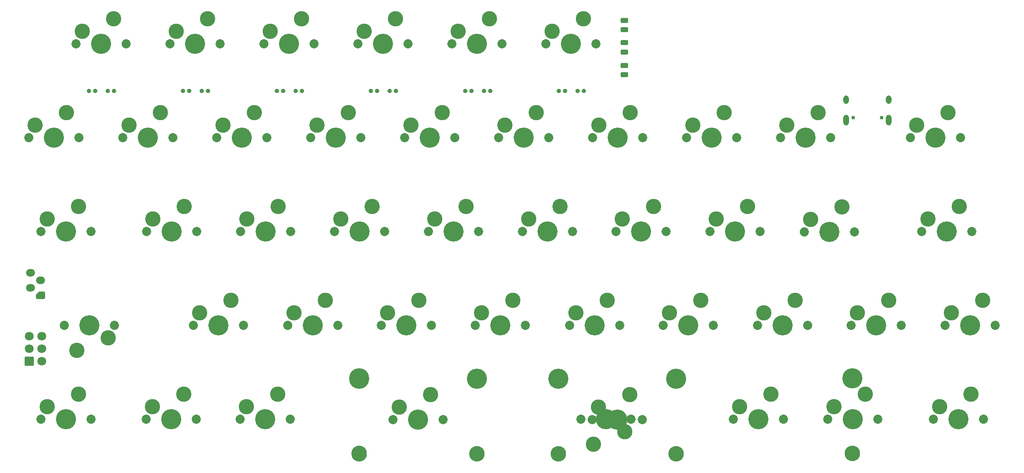
<source format=gbr>
G04 #@! TF.GenerationSoftware,KiCad,Pcbnew,(6.0.1-0)*
G04 #@! TF.CreationDate,2022-03-05T23:32:24-07:00*
G04 #@! TF.ProjectId,qazivan_m,71617a69-7661-46e5-9f6d-2e6b69636164,rev?*
G04 #@! TF.SameCoordinates,Original*
G04 #@! TF.FileFunction,Soldermask,Top*
G04 #@! TF.FilePolarity,Negative*
%FSLAX46Y46*%
G04 Gerber Fmt 4.6, Leading zero omitted, Abs format (unit mm)*
G04 Created by KiCad (PCBNEW (6.0.1-0)) date 2022-03-05 23:32:24*
%MOMM*%
%LPD*%
G01*
G04 APERTURE LIST*
G04 Aperture macros list*
%AMRoundRect*
0 Rectangle with rounded corners*
0 $1 Rounding radius*
0 $2 $3 $4 $5 $6 $7 $8 $9 X,Y pos of 4 corners*
0 Add a 4 corners polygon primitive as box body*
4,1,4,$2,$3,$4,$5,$6,$7,$8,$9,$2,$3,0*
0 Add four circle primitives for the rounded corners*
1,1,$1+$1,$2,$3*
1,1,$1+$1,$4,$5*
1,1,$1+$1,$6,$7*
1,1,$1+$1,$8,$9*
0 Add four rect primitives between the rounded corners*
20,1,$1+$1,$2,$3,$4,$5,0*
20,1,$1+$1,$4,$5,$6,$7,0*
20,1,$1+$1,$6,$7,$8,$9,0*
20,1,$1+$1,$8,$9,$2,$3,0*%
%AMFreePoly0*
4,1,44,0.059950,0.925020,0.155621,0.905990,0.174005,0.898375,0.255111,0.844182,0.262839,0.837839,0.662836,0.437841,0.662141,0.437146,0.669182,0.430111,0.723375,0.349005,0.730990,0.330621,0.750020,0.234950,0.751000,0.225000,0.751000,-0.625000,0.750020,-0.634950,0.730990,-0.730621,0.723375,-0.749005,0.669182,-0.830111,0.655111,-0.844182,0.574005,-0.898375,0.555621,-0.905990,
0.459950,-0.925020,0.450000,-0.926000,-0.450000,-0.926000,-0.459950,-0.925020,-0.555621,-0.905990,-0.574005,-0.898375,-0.655111,-0.844182,-0.669182,-0.830111,-0.723375,-0.749005,-0.730990,-0.730621,-0.750020,-0.634950,-0.751000,-0.625000,-0.751000,0.625000,-0.750020,0.634950,-0.730990,0.730621,-0.723375,0.749005,-0.669182,0.830111,-0.655111,0.844182,-0.574005,0.898375,-0.555621,0.905990,
-0.459950,0.925020,-0.450000,0.926000,0.050000,0.926000,0.059950,0.925020,0.059950,0.925020,$1*%
G04 Aperture macros list end*
%ADD10C,3.102000*%
%ADD11C,4.089800*%
%ADD12C,1.852000*%
%ADD13C,3.150000*%
%ADD14FreePoly0,90.000000*%
%ADD15O,1.852000X1.502000*%
%ADD16C,0.889400*%
%ADD17RoundRect,0.294750X-0.456250X0.243750X-0.456250X-0.243750X0.456250X-0.243750X0.456250X0.243750X0*%
%ADD18C,1.802000*%
%ADD19RoundRect,0.051000X0.850000X0.850000X-0.850000X0.850000X-0.850000X-0.850000X0.850000X-0.850000X0*%
%ADD20C,0.752000*%
%ADD21O,1.102000X2.202000*%
%ADD22O,1.102000X1.702000*%
G04 APERTURE END LIST*
D10*
X47415000Y-56445000D03*
X41065000Y-58985000D03*
D11*
X44875000Y-61525000D03*
D12*
X39795000Y-61525000D03*
X49955000Y-61525000D03*
D11*
X63921640Y-61525000D03*
D10*
X60111640Y-58985000D03*
D12*
X58841640Y-61525000D03*
X69001640Y-61525000D03*
D10*
X66461640Y-56445000D03*
X79165000Y-58985000D03*
X85515000Y-56445000D03*
D11*
X82975000Y-61525000D03*
D12*
X77895000Y-61525000D03*
X88055000Y-61525000D03*
D10*
X104565000Y-56445000D03*
D12*
X96945000Y-61525000D03*
D10*
X98215000Y-58985000D03*
D12*
X107105000Y-61525000D03*
D11*
X102025000Y-61525000D03*
X121050000Y-61525000D03*
D10*
X123590000Y-56445000D03*
D12*
X126130000Y-61525000D03*
X115970000Y-61525000D03*
D10*
X117240000Y-58985000D03*
D12*
X145180000Y-61525000D03*
X135020000Y-61525000D03*
D10*
X136290000Y-58985000D03*
X142640000Y-56445000D03*
D11*
X140100000Y-61525000D03*
X159175000Y-61525000D03*
D10*
X161715000Y-56445000D03*
X155365000Y-58985000D03*
D12*
X164255000Y-61525000D03*
X154095000Y-61525000D03*
D10*
X180765000Y-56445000D03*
D11*
X178225000Y-61525000D03*
D10*
X174415000Y-58985000D03*
D12*
X173145000Y-61525000D03*
X183305000Y-61525000D03*
D10*
X193465000Y-58985000D03*
D11*
X197275000Y-61525000D03*
D12*
X202355000Y-61525000D03*
X192195000Y-61525000D03*
D10*
X199815000Y-56445000D03*
X219725607Y-58985000D03*
D12*
X228615607Y-61525000D03*
D10*
X226075607Y-56445000D03*
D12*
X218455607Y-61525000D03*
D11*
X223535607Y-61525000D03*
D12*
X73780000Y-80575000D03*
D10*
X64890000Y-78035000D03*
D11*
X68700000Y-80575000D03*
D12*
X63620000Y-80575000D03*
D10*
X71240000Y-75495000D03*
X90315000Y-75445000D03*
D12*
X92855000Y-80525000D03*
X82695000Y-80525000D03*
D10*
X83965000Y-77985000D03*
D11*
X87775000Y-80525000D03*
X106800000Y-80575000D03*
D12*
X101720000Y-80575000D03*
X111880000Y-80575000D03*
D10*
X109340000Y-75495000D03*
X102990000Y-78035000D03*
D12*
X120770000Y-80525000D03*
D10*
X128390000Y-75445000D03*
D11*
X125850000Y-80525000D03*
D12*
X130930000Y-80525000D03*
D10*
X122040000Y-77985000D03*
D11*
X182975000Y-80575000D03*
D10*
X179165000Y-78035000D03*
D12*
X188055000Y-80575000D03*
D10*
X185515000Y-75495000D03*
D12*
X177895000Y-80575000D03*
D10*
X204590000Y-75520000D03*
D12*
X207130000Y-80600000D03*
D11*
X202050000Y-80600000D03*
D10*
X198240000Y-78060000D03*
D12*
X196970000Y-80600000D03*
X220780000Y-80575000D03*
D10*
X222050000Y-78035000D03*
X228400000Y-75495000D03*
D11*
X225860000Y-80575000D03*
D12*
X230940000Y-80575000D03*
X57130000Y-99600000D03*
D10*
X49510000Y-104680000D03*
X55860000Y-102140000D03*
D11*
X52050000Y-99600000D03*
D12*
X46970000Y-99600000D03*
X73145000Y-99625000D03*
D11*
X78225000Y-99625000D03*
D10*
X80765000Y-94545000D03*
X74415000Y-97085000D03*
D12*
X83305000Y-99625000D03*
D11*
X97300000Y-99600000D03*
D10*
X99840000Y-94520000D03*
X93490000Y-97060000D03*
D12*
X92220000Y-99600000D03*
X102380000Y-99600000D03*
X121405000Y-99593400D03*
D11*
X116325000Y-99593400D03*
D10*
X112515000Y-97053400D03*
D12*
X111245000Y-99593400D03*
D10*
X118865000Y-94513400D03*
D11*
X135375000Y-99600000D03*
D12*
X130295000Y-99600000D03*
D10*
X131565000Y-97060000D03*
X137915000Y-94520000D03*
D12*
X140455000Y-99600000D03*
D11*
X154450000Y-99600000D03*
D10*
X156990000Y-94520000D03*
D12*
X159530000Y-99600000D03*
D10*
X150640000Y-97060000D03*
D12*
X149370000Y-99600000D03*
X178555000Y-99600000D03*
D10*
X176015000Y-94520000D03*
X169665000Y-97060000D03*
D11*
X173475000Y-99600000D03*
D12*
X168395000Y-99600000D03*
X187470000Y-99625000D03*
X197630000Y-99625000D03*
D11*
X192550000Y-99625000D03*
D10*
X195090000Y-94545000D03*
X188740000Y-97085000D03*
D12*
X235698796Y-99600000D03*
D10*
X233158796Y-94520000D03*
D11*
X230618796Y-99600000D03*
D12*
X225538796Y-99600000D03*
D10*
X226808796Y-97060000D03*
X43462474Y-116110000D03*
D12*
X52352474Y-118650000D03*
D10*
X49812474Y-113570000D03*
D12*
X42192474Y-118650000D03*
D11*
X47272474Y-118650000D03*
D12*
X63590000Y-118650000D03*
D11*
X68670000Y-118650000D03*
D12*
X73750000Y-118650000D03*
D10*
X64860000Y-116110000D03*
X71210000Y-113570000D03*
X230794332Y-113570000D03*
X224444332Y-116110000D03*
D11*
X228254332Y-118650000D03*
D12*
X233334332Y-118650000D03*
X223174332Y-118650000D03*
X149980000Y-80550000D03*
D11*
X144900000Y-80550000D03*
D10*
X147440000Y-75470000D03*
X141090000Y-78010000D03*
D12*
X139820000Y-80550000D03*
D10*
X43465000Y-78035000D03*
D11*
X47275000Y-80575000D03*
D12*
X52355000Y-80575000D03*
D10*
X49815000Y-75495000D03*
D12*
X42195000Y-80575000D03*
D11*
X163925000Y-80575000D03*
D10*
X166465000Y-75495000D03*
D12*
X169005000Y-80575000D03*
D10*
X160115000Y-78035000D03*
D12*
X158845000Y-80575000D03*
X161828632Y-118649450D03*
D13*
X206748532Y-125634450D03*
D10*
X160558632Y-121189450D03*
D11*
X206748532Y-110394450D03*
D10*
X154208632Y-123729450D03*
D11*
X156748632Y-118649450D03*
D12*
X151668632Y-118649450D03*
D13*
X106748732Y-125634450D03*
D11*
X106748732Y-110394450D03*
D10*
X90240000Y-113570000D03*
D12*
X92780000Y-118650000D03*
D10*
X83890000Y-116110000D03*
D11*
X87700000Y-118650000D03*
D12*
X82620000Y-118650000D03*
D10*
X121181906Y-113645000D03*
D12*
X113561906Y-118725000D03*
D13*
X106703906Y-125710000D03*
X130579906Y-125710000D03*
D11*
X106703906Y-110470000D03*
D10*
X114831906Y-116185000D03*
D11*
X118641906Y-118725000D03*
X130579906Y-110470000D03*
D12*
X123721906Y-118725000D03*
D10*
X209340000Y-113570000D03*
D12*
X201720000Y-118650000D03*
D11*
X206800000Y-118650000D03*
D12*
X211880000Y-118650000D03*
D10*
X202990000Y-116110000D03*
D11*
X187654290Y-118675000D03*
D10*
X183844290Y-116135000D03*
X190194290Y-113595000D03*
D12*
X182574290Y-118675000D03*
X192734290Y-118675000D03*
X154016144Y-118700000D03*
D13*
X171034144Y-125685000D03*
D10*
X155286144Y-116160000D03*
D12*
X164176144Y-118700000D03*
D13*
X147158144Y-125685000D03*
D11*
X147158144Y-110445000D03*
X171034144Y-110445000D03*
X159096144Y-118700000D03*
D10*
X161636144Y-113620000D03*
D14*
X42125000Y-93470000D03*
D15*
X40125000Y-91970000D03*
X42125000Y-90470000D03*
X40125000Y-88970000D03*
D12*
X144610000Y-42460000D03*
X154770000Y-42460000D03*
D10*
X145880000Y-39920000D03*
D11*
X149690000Y-42460000D03*
D10*
X152230000Y-37380000D03*
D16*
X109090000Y-51986000D03*
X112900000Y-51986000D03*
X114170000Y-51986000D03*
X110360000Y-51986000D03*
D12*
X49350000Y-42460000D03*
D10*
X56970000Y-37380000D03*
D11*
X54430000Y-42460000D03*
D10*
X50620000Y-39920000D03*
D12*
X59510000Y-42460000D03*
D10*
X76020000Y-37380000D03*
X69670000Y-39920000D03*
D12*
X68400000Y-42460000D03*
X78560000Y-42460000D03*
D11*
X73480000Y-42460000D03*
D16*
X148490000Y-51990000D03*
X151030000Y-51990000D03*
X147220000Y-51990000D03*
X152300000Y-51990000D03*
D17*
X160479026Y-42235234D03*
X160479026Y-44110234D03*
D16*
X71050000Y-51986000D03*
X72320000Y-51986000D03*
X76130000Y-51986000D03*
X74860000Y-51986000D03*
D11*
X130640000Y-42460000D03*
D12*
X125560000Y-42460000D03*
D10*
X133180000Y-37380000D03*
X126830000Y-39920000D03*
D12*
X135720000Y-42460000D03*
D17*
X160479026Y-37716093D03*
X160479026Y-39591093D03*
X160479026Y-46831731D03*
X160479026Y-48706731D03*
D16*
X90070000Y-51986000D03*
X91340000Y-51986000D03*
X95150000Y-51986000D03*
X93880000Y-51986000D03*
D10*
X114130000Y-37380000D03*
D12*
X106510000Y-42460000D03*
X116670000Y-42460000D03*
D10*
X107780000Y-39920000D03*
D11*
X111590000Y-42460000D03*
D12*
X216660000Y-99600000D03*
X206500000Y-99600000D03*
D10*
X207770000Y-97060000D03*
D11*
X211580000Y-99600000D03*
D10*
X214120000Y-94520000D03*
D16*
X51970000Y-51986000D03*
X57050000Y-51986000D03*
X55780000Y-51986000D03*
X53240000Y-51986000D03*
X128210000Y-51986000D03*
X129480000Y-51986000D03*
X133290000Y-51986000D03*
X132020000Y-51986000D03*
D10*
X88720000Y-39920000D03*
D12*
X87450000Y-42460000D03*
D11*
X92530000Y-42460000D03*
D12*
X97610000Y-42460000D03*
D10*
X95070000Y-37380000D03*
D18*
X42404576Y-101785802D03*
X39864576Y-101785802D03*
X42404576Y-104325802D03*
X39864576Y-104325802D03*
X42404576Y-106865802D03*
D19*
X39864576Y-106865802D03*
D20*
X206896729Y-57425000D03*
X212676729Y-57425000D03*
D21*
X214106729Y-57955000D03*
D22*
X205466729Y-53775000D03*
D21*
X205466729Y-57955000D03*
D22*
X214106729Y-53775000D03*
G36*
X154786215Y-119210052D02*
G01*
X154786375Y-119210404D01*
X154858398Y-119420765D01*
X154858013Y-119422728D01*
X154856121Y-119423376D01*
X154854873Y-119422568D01*
X154815140Y-119366376D01*
X154750929Y-119340421D01*
X154682682Y-119353340D01*
X154663035Y-119365876D01*
X154647628Y-119377913D01*
X154645648Y-119378191D01*
X154644416Y-119376615D01*
X154644911Y-119374999D01*
X154763666Y-119243108D01*
X154782751Y-119210052D01*
X154784483Y-119209052D01*
X154786215Y-119210052D01*
G37*
G36*
X161078387Y-119188020D02*
G01*
X161078758Y-119188485D01*
X161081110Y-119192558D01*
X161204914Y-119330057D01*
X161205330Y-119332013D01*
X161203844Y-119333351D01*
X161202613Y-119333222D01*
X161150336Y-119309906D01*
X161081874Y-119320370D01*
X161029790Y-119366318D01*
X161020072Y-119385844D01*
X161018405Y-119386949D01*
X161016614Y-119386058D01*
X161016410Y-119384246D01*
X161051847Y-119290463D01*
X161075076Y-119189039D01*
X161076438Y-119187573D01*
X161078387Y-119188020D01*
G37*
G36*
X154828971Y-117961977D02*
G01*
X154829196Y-117963789D01*
X154786852Y-118079499D01*
X154769349Y-118159776D01*
X154768003Y-118161255D01*
X154766049Y-118160829D01*
X154765663Y-118160350D01*
X154763666Y-118156892D01*
X154639813Y-118019339D01*
X154639397Y-118017383D01*
X154640883Y-118016045D01*
X154642088Y-118016163D01*
X154696502Y-118039526D01*
X154764813Y-118028106D01*
X154816251Y-117981435D01*
X154825517Y-117962233D01*
X154827170Y-117961107D01*
X154828971Y-117961977D01*
G37*
G36*
X160989861Y-117930131D02*
G01*
X161030179Y-117985904D01*
X161094658Y-118011185D01*
X161162766Y-117997553D01*
X161182615Y-117984544D01*
X161192811Y-117976346D01*
X161194787Y-117976040D01*
X161196040Y-117977599D01*
X161195550Y-117979243D01*
X161081110Y-118106342D01*
X161062820Y-118138020D01*
X161061088Y-118139020D01*
X161059356Y-118138020D01*
X161059203Y-118137688D01*
X160986355Y-117931971D01*
X160986719Y-117930004D01*
X160988604Y-117929336D01*
X160989861Y-117930131D01*
G37*
M02*

</source>
